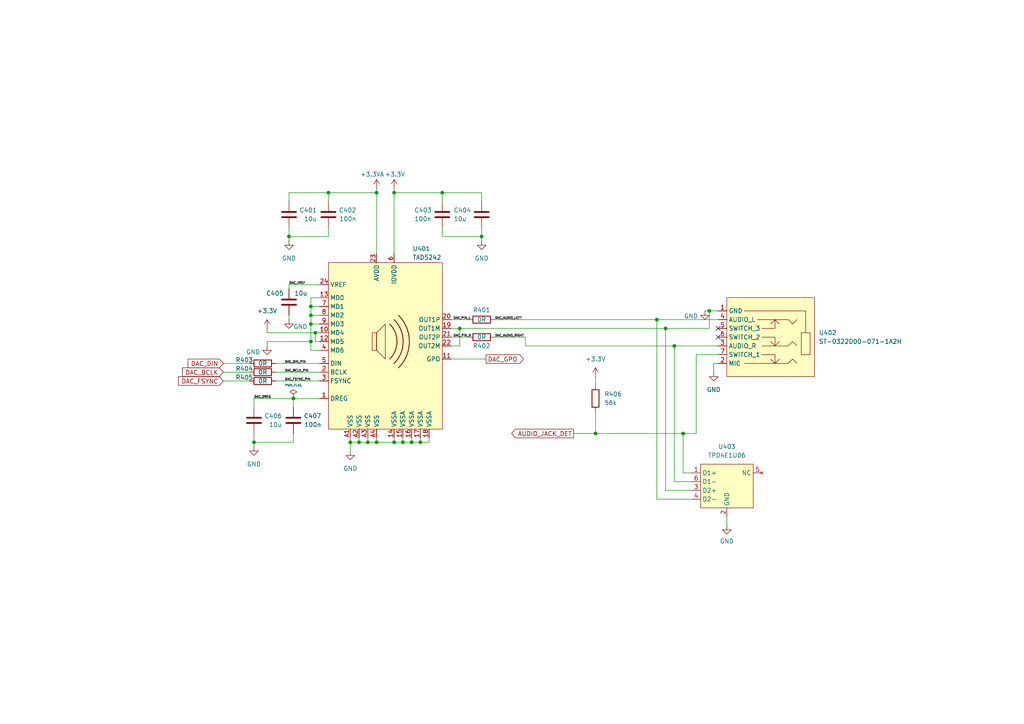
<source format=kicad_sch>
(kicad_sch (version 20250114) (generator "eeschema") (generator_version "9.0")
  (paper "A4")
  (lib_symbols
    (symbol "Device:C" (pin_numbers (hide yes)) (pin_names (offset 0.254))
      (property "Reference" "C" (at 0.635 2.54 0))
      (property "Value" "C" (at 0.635 -2.54 0))
      (symbol "C_0_1"
        (polyline (pts (xy -2.032 0.762) (xy 2.032 0.762)) (stroke (width 0.508)))
        (polyline (pts (xy -2.032 -0.762) (xy 2.032 -0.762)) (stroke (width 0.508)))
      )
      (symbol "C_1_1"
        (pin passive line (at 0 3.81 270) (length 2.794) (name "~") (number "1"))
        (pin passive line (at 0 -3.81 90) (length 2.794) (name "~") (number "2"))
      )
    )
    (symbol "Device:R" (pin_numbers (hide yes)) (pin_names (offset 0))
      (property "Reference" "R" (at 2.032 0 90))
      (property "Value" "R" (at 0 0 90))
      (symbol "R_0_1"
        (rectangle (start -1.016 -2.54) (end 1.016 2.54) (stroke (width 0.254)))
      )
      (symbol "R_1_1"
        (pin passive line (at 0 3.81 270) (length 1.27) (name "~") (number "1"))
        (pin passive line (at 0 -3.81 90) (length 1.27) (name "~") (number "2"))
      )
    )
    (symbol "MP3-Player_Symbol_Libraries:ST-0322D00-071-1A2H"
      (property "Reference" "U" (at 11.938 6.604 0))
      (property "Value" "ST-0322D00-071-1A2H" (at 0.762 4.318 0))
      (symbol "ST-0322D00-071-1A2H_1_1"
        (rectangle (start -12.7 2.54) (end 12.7 -20.32) (fill (type background)))
        (polyline (pts (xy -7.62 -1.27) (xy 10.16 -1.27) (xy 10.16 -7.62) (xy 8.89 -7.62) (xy 8.89 -13.97) (xy 11.43 -13.97) (xy 11.43 -7.62) (xy 10.16 -7.62)))
        (polyline (pts (xy -7.62 -16.51) (xy 5.08 -16.51) (xy 6.35 -15.24) (xy 7.62 -16.51)))
        (polyline (pts (xy -3.81 -3.81) (xy 5.08 -3.81) (xy 6.35 -5.08) (xy 7.62 -3.81)))
        (polyline (pts (xy -2.54 -6.35) (xy 1.27 -6.35) (xy 1.27 -3.81) (xy 0 -5.08) (xy 1.27 -3.81) (xy 2.54 -5.08)))
        (polyline (pts (xy -2.54 -8.89) (xy 0 -8.89) (xy 1.27 -8.89) (xy 1.27 -11.43) (xy 0 -10.16) (xy 1.27 -11.43) (xy 2.54 -10.16)))
        (polyline (pts (xy -2.54 -11.43) (xy 5.08 -11.43) (xy 6.35 -10.16) (xy 7.62 -11.43)))
        (polyline (pts (xy -2.54 -13.97) (xy 1.27 -13.97) (xy 1.27 -16.51) (xy 0 -15.24) (xy 1.27 -16.51) (xy 2.54 -15.24)))
        (pin passive line (at -15.24 -1.27 0) (length 2.54) (name "GND") (number "1"))
        (pin passive line (at -15.24 -3.81 0) (length 2.54) (name "AUDIO_L") (number "4"))
        (pin passive line (at -15.24 -6.35 0) (length 2.54) (name "SWITCH_3") (number "5"))
        (pin passive line (at -15.24 -8.89 0) (length 2.54) (name "SWITCH_2") (number "6"))
        (pin passive line (at -15.24 -11.43 0) (length 2.54) (name "AUDIO_R") (number "3"))
        (pin passive line (at -15.24 -13.97 0) (length 2.54) (name "SWITCH_1") (number "7"))
        (pin passive line (at -15.24 -16.51 0) (length 2.54) (name "MIC") (number "2"))
      )
    )
    (symbol "MP3-Player_Symbol_Libraries:TAD5242"
      (property "Reference" "U" (at 12.7 3.556 0))
      (property "Value" "TAD5242" (at 12.7 1.27 0))
      (symbol "TAD5242_1_1"
        (rectangle (start -16.51 0) (end 16.51 -48.26) (fill (type background)))
        (rectangle (start -3.81 -20.32) (end -2.54 -25.4))
        (arc (start 1.27 -17.78) (mid 3.3742 -22.86) (end 1.27 -27.94) (stroke (width 0.254)))
        (arc (start 3.81 -15.24) (mid 6.9663 -22.86) (end 3.81 -30.48) (stroke (width 0.254)))
        (arc (start 2.54 -16.51) (mid 5.1703 -22.86) (end 2.54 -29.21) (stroke (width 0.254)))
        (polyline (pts (xy -2.54 -20.32) (xy 0 -17.78) (xy 0 -27.94) (xy -2.54 -25.4) (xy -2.54 -20.32)))
        (pin input line (at -19.05 -6.35 0) (length 2.54) (name "VREF") (number "24"))
        (pin input line (at -19.05 -10.16 0) (length 2.54) (name "MD0") (number "13"))
        (pin input line (at -19.05 -12.7 0) (length 2.54) (name "MD1") (number "7"))
        (pin input line (at -19.05 -15.24 0) (length 2.54) (name "MD2") (number "8"))
        (pin input line (at -19.05 -17.78 0) (length 2.54) (name "MD3") (number "9"))
        (pin input line (at -19.05 -20.32 0) (length 2.54) (name "MD4") (number "10"))
        (pin input line (at -19.05 -22.86 0) (length 2.54) (name "MD5") (number "12"))
        (pin input line (at -19.05 -25.4 0) (length 2.54) (name "MD6") (number "4"))
        (pin input line (at -19.05 -29.21 0) (length 2.54) (name "DIN") (number "5"))
        (pin bidirectional line (at -19.05 -31.75 0) (length 2.54) (name "BCLK") (number "2"))
        (pin bidirectional line (at -19.05 -34.29 0) (length 2.54) (name "FSYNC") (number "3"))
        (pin power_in line (at -19.05 -39.37 0) (length 2.54) (name "DREG") (number "1"))
        (pin power_in line (at -10.16 -50.8 90) (length 2.54) (name "VSS") (number "A1"))
        (pin power_in line (at -7.62 -50.8 90) (length 2.54) (name "VSS") (number "A2"))
        (pin power_in line (at -5.08 -50.8 90) (length 2.54) (name "VSS") (number "A3"))
        (pin power_in line (at -2.54 2.54 270) (length 2.54) (name "AVDD") (number "23"))
        (pin power_in line (at -2.54 -50.8 90) (length 2.54) (name "VSS") (number "A4"))
        (pin power_in line (at 2.54 2.54 270) (length 2.54) (name "IOVDD") (number "6"))
        (pin power_in line (at 2.54 -50.8 90) (length 2.54) (name "VSSA") (number "14"))
        (pin power_in line (at 5.08 -50.8 90) (length 2.54) (name "VSSA") (number "15"))
        (pin power_in line (at 7.62 -50.8 90) (length 2.54) (name "VSSA") (number "16"))
        (pin power_in line (at 10.16 -50.8 90) (length 2.54) (name "VSSA") (number "17"))
        (pin power_in line (at 12.7 -50.8 90) (length 2.54) (name "VSSA") (number "18"))
        (pin power_out line (at 19.05 -16.51 180) (length 2.54) (name "OUT1P") (number "20"))
        (pin passive line (at 19.05 -19.05 180) (length 2.54) (name "OUT1M") (number "19"))
        (pin power_out line (at 19.05 -21.59 180) (length 2.54) (name "OUT2P") (number "21"))
        (pin passive line (at 19.05 -24.13 180) (length 2.54) (name "OUT2M") (number "22"))
        (pin output line (at 19.05 -27.94 180) (length 2.54) (name "GPO") (number "11"))
      )
    )
    (symbol "MP3-Player_Symbol_Libraries:TPD4E1U06"
      (property "Reference" "U" (at 0 5.08 0))
      (property "Value" "TPD4E1U06" (at 0 2.54 0))
      (symbol "TPD4E1U06_1_1"
        (rectangle (start -7.62 1.27) (end 7.62 -11.43) (fill (type background)))
        (pin input line (at -10.16 -1.27 0) (length 2.54) (name "D1+") (number "1"))
        (pin input line (at -10.16 -3.81 0) (length 2.54) (name "D1-") (number "6"))
        (pin input line (at -10.16 -6.35 0) (length 2.54) (name "D2+") (number "3"))
        (pin input line (at -10.16 -8.89 0) (length 2.54) (name "D2-") (number "4"))
        (pin power_in line (at 0 -13.97 90) (length 2.54) (name "GND") (number "2"))
        (pin no_connect line (at 10.16 -1.27 180) (length 2.54) (name "NC") (number "5"))
      )
    )
    (symbol "power:+3.3V" (power) (pin_numbers (hide yes)) (pin_names (offset 0) (hide yes))
      (property "Value" "+3.3V" (at 0 3.556 0))
      (symbol "+3.3V_0_1"
        (polyline (pts (xy -0.762 1.27) (xy 0 2.54)))
        (polyline (pts (xy 0 2.54) (xy 0.762 1.27)))
        (polyline (pts (xy 0 0) (xy 0 2.54)))
      )
      (symbol "+3.3V_1_1"
        (pin power_in line (at 0 0 90) (length 0) (name "~") (number "1"))
      )
    )
    (symbol "power:GND" (power) (pin_numbers (hide yes)) (pin_names (offset 0) (hide yes))
      (property "Value" "GND" (at 0 -3.81 0))
      (symbol "GND_0_1"
        (polyline (pts (xy 0 0) (xy 0 -1.27) (xy 1.27 -1.27) (xy 0 -2.54) (xy -1.27 -1.27) (xy 0 -1.27)))
      )
      (symbol "GND_1_1"
        (pin power_in line (at 0 0 270) (length 0) (name "~") (number "1"))
      )
    )
    (symbol "power:PWR_FLAG" (power) (pin_numbers (hide yes)) (pin_names (offset 0) (hide yes))
      (property "Value" "PWR_FLAG" (at 0 3.81 0))
      (symbol "PWR_FLAG_0_0"
        (pin power_out line (at 0 0 90) (length 0) (name "~") (number "1"))
      )
      (symbol "PWR_FLAG_0_1"
        (polyline (pts (xy 0 0) (xy 0 1.27) (xy -1.016 1.905) (xy 0 2.54) (xy 1.016 1.905) (xy 0 1.27)))
      )
    )
    (symbol "power:VBUS" (power) (pin_numbers (hide yes)) (pin_names (offset 0) (hide yes))
      (property "Value" "VBUS" (at 0 3.556 0))
      (symbol "VBUS_0_1"
        (polyline (pts (xy -0.762 1.27) (xy 0 2.54)))
        (polyline (pts (xy 0 2.54) (xy 0.762 1.27)))
        (polyline (pts (xy 0 0) (xy 0 2.54)))
      )
      (symbol "VBUS_1_1"
        (pin power_in line (at 0 0 90) (length 0) (name "~") (number "1"))
      )
    )
  )
  (junction (at 90.17 99.06))
  (junction (at 104.14 128.27))
  (junction (at 91.44 96.52))
  (junction (at 128.27 55.88))
  (junction (at 116.84 128.27))
  (junction (at 190.5 92.71))
  (junction (at 85.09 115.57))
  (junction (at 193.04 95.25))
  (junction (at 195.58 100.33))
  (junction (at 114.3 128.27))
  (junction (at 90.17 93.98))
  (junction (at 106.68 128.27))
  (junction (at 95.25 55.88))
  (junction (at 139.7 68.58))
  (junction (at 133.35 95.25))
  (junction (at 73.66 128.27))
  (junction (at 121.92 128.27))
  (junction (at 114.3 55.88))
  (junction (at 83.82 68.58))
  (junction (at 198.12 125.73))
  (junction (at 205.74 90.17))
  (junction (at 90.17 91.44))
  (junction (at 109.22 55.88))
  (junction (at 101.6 128.27))
  (junction (at 90.17 88.9))
  (junction (at 119.38 128.27))
  (junction (at 172.72 125.73))
  (junction (at 109.22 128.27))
  (no_connect (at 208.28 97.79))
  (no_connect (at 208.28 95.25))
  (wire (pts (xy 64.77 110.49) (xy 72.39 110.49)))
  (wire (pts (xy 77.47 96.52) (xy 91.44 96.52)))
  (wire (pts (xy 95.25 66.04) (xy 95.25 68.58)))
  (wire (pts (xy 83.82 91.44) (xy 83.82 92.71)))
  (wire (pts (xy 133.35 100.33) (xy 130.81 100.33)))
  (wire (pts (xy 200.66 137.16) (xy 198.12 137.16)))
  (wire (pts (xy 95.25 55.88) (xy 83.82 55.88)))
  (wire (pts (xy 83.82 82.55) (xy 92.71 82.55)))
  (wire (pts (xy 83.82 66.04) (xy 83.82 68.58)))
  (wire (pts (xy 201.93 125.73) (xy 201.93 102.87)))
  (wire (pts (xy 198.12 125.73) (xy 201.93 125.73)))
  (wire (pts (xy 95.25 55.88) (xy 95.25 58.42)))
  (wire (pts (xy 64.77 105.41) (xy 72.39 105.41)))
  (wire (pts (xy 119.38 127) (xy 119.38 128.27)))
  (wire (pts (xy 92.71 99.06) (xy 91.44 99.06)))
  (wire (pts (xy 133.35 95.25) (xy 193.04 95.25)))
  (wire (pts (xy 130.81 97.79) (xy 135.89 97.79)))
  (wire (pts (xy 121.92 128.27) (xy 119.38 128.27)))
  (wire (pts (xy 85.09 115.57) (xy 92.71 115.57)))
  (wire (pts (xy 140.97 104.14) (xy 130.81 104.14)))
  (wire (pts (xy 201.93 102.87) (xy 208.28 102.87)))
  (wire (pts (xy 114.3 54.61) (xy 114.3 55.88)))
  (wire (pts (xy 80.01 105.41) (xy 92.71 105.41)))
  (wire (pts (xy 101.6 127) (xy 101.6 128.27)))
  (wire (pts (xy 90.17 93.98) (xy 92.71 93.98)))
  (wire (pts (xy 128.27 55.88) (xy 139.7 55.88)))
  (wire (pts (xy 152.4 97.79) (xy 152.4 100.33)))
  (wire (pts (xy 130.81 92.71) (xy 135.89 92.71)))
  (wire (pts (xy 90.17 101.6) (xy 90.17 99.06)))
  (wire (pts (xy 83.82 69.85) (xy 83.82 68.58)))
  (wire (pts (xy 124.46 127) (xy 124.46 128.27)))
  (wire (pts (xy 92.71 86.36) (xy 90.17 86.36)))
  (wire (pts (xy 92.71 96.52) (xy 91.44 96.52)))
  (wire (pts (xy 116.84 128.27) (xy 114.3 128.27)))
  (wire (pts (xy 130.81 95.25) (xy 133.35 95.25)))
  (wire (pts (xy 198.12 137.16) (xy 198.12 125.73)))
  (wire (pts (xy 172.72 119.38) (xy 172.72 125.73)))
  (wire (pts (xy 210.82 149.86) (xy 210.82 152.4)))
  (wire (pts (xy 106.68 128.27) (xy 104.14 128.27)))
  (wire (pts (xy 92.71 91.44) (xy 90.17 91.44)))
  (wire (pts (xy 205.74 90.17) (xy 204.47 90.17)))
  (wire (pts (xy 172.72 109.22) (xy 172.72 111.76)))
  (wire (pts (xy 83.82 83.82) (xy 83.82 82.55)))
  (wire (pts (xy 207.01 107.95) (xy 207.01 105.41)))
  (wire (pts (xy 200.66 144.78) (xy 190.5 144.78)))
  (wire (pts (xy 77.47 95.25) (xy 77.47 96.52)))
  (wire (pts (xy 85.09 128.27) (xy 73.66 128.27)))
  (wire (pts (xy 104.14 128.27) (xy 101.6 128.27)))
  (wire (pts (xy 73.66 129.54) (xy 73.66 128.27)))
  (wire (pts (xy 109.22 55.88) (xy 109.22 73.66)))
  (wire (pts (xy 85.09 125.73) (xy 85.09 128.27)))
  (wire (pts (xy 114.3 128.27) (xy 109.22 128.27)))
  (wire (pts (xy 128.27 68.58) (xy 139.7 68.58)))
  (wire (pts (xy 195.58 100.33) (xy 208.28 100.33)))
  (wire (pts (xy 85.09 115.57) (xy 73.66 115.57)))
  (wire (pts (xy 193.04 95.25) (xy 205.74 95.25)))
  (wire (pts (xy 101.6 128.27) (xy 101.6 130.81)))
  (wire (pts (xy 90.17 99.06) (xy 90.17 93.98)))
  (wire (pts (xy 90.17 88.9) (xy 90.17 91.44)))
  (wire (pts (xy 114.3 127) (xy 114.3 128.27)))
  (wire (pts (xy 80.01 110.49) (xy 92.71 110.49)))
  (wire (pts (xy 152.4 100.33) (xy 195.58 100.33)))
  (wire (pts (xy 64.77 107.95) (xy 72.39 107.95)))
  (wire (pts (xy 143.51 97.79) (xy 152.4 97.79)))
  (wire (pts (xy 83.82 55.88) (xy 83.82 58.42)))
  (wire (pts (xy 172.72 125.73) (xy 166.37 125.73)))
  (wire (pts (xy 143.51 92.71) (xy 190.5 92.71)))
  (wire (pts (xy 109.22 127) (xy 109.22 128.27)))
  (wire (pts (xy 92.71 88.9) (xy 90.17 88.9)))
  (wire (pts (xy 77.47 99.06) (xy 77.47 100.33)))
  (wire (pts (xy 73.66 115.57) (xy 73.66 118.11)))
  (wire (pts (xy 200.66 142.24) (xy 193.04 142.24)))
  (wire (pts (xy 80.01 107.95) (xy 92.71 107.95)))
  (wire (pts (xy 133.35 95.25) (xy 133.35 100.33)))
  (wire (pts (xy 109.22 55.88) (xy 95.25 55.88)))
  (wire (pts (xy 92.71 101.6) (xy 90.17 101.6)))
  (wire (pts (xy 190.5 144.78) (xy 190.5 92.71)))
  (wire (pts (xy 119.38 128.27) (xy 116.84 128.27)))
  (wire (pts (xy 205.74 90.17) (xy 205.74 95.25)))
  (wire (pts (xy 116.84 127) (xy 116.84 128.27)))
  (wire (pts (xy 77.47 99.06) (xy 90.17 99.06)))
  (wire (pts (xy 190.5 92.71) (xy 208.28 92.71)))
  (wire (pts (xy 91.44 99.06) (xy 91.44 96.52)))
  (wire (pts (xy 207.01 105.41) (xy 208.28 105.41)))
  (wire (pts (xy 205.74 90.17) (xy 208.28 90.17)))
  (wire (pts (xy 90.17 86.36) (xy 90.17 88.9)))
  (wire (pts (xy 128.27 55.88) (xy 128.27 58.42)))
  (wire (pts (xy 114.3 55.88) (xy 128.27 55.88)))
  (wire (pts (xy 121.92 127) (xy 121.92 128.27)))
  (wire (pts (xy 139.7 69.85) (xy 139.7 68.58)))
  (wire (pts (xy 193.04 142.24) (xy 193.04 95.25)))
  (wire (pts (xy 172.72 125.73) (xy 198.12 125.73)))
  (wire (pts (xy 200.66 139.7) (xy 195.58 139.7)))
  (wire (pts (xy 109.22 54.61) (xy 109.22 55.88)))
  (wire (pts (xy 95.25 68.58) (xy 83.82 68.58)))
  (wire (pts (xy 104.14 127) (xy 104.14 128.27)))
  (wire (pts (xy 195.58 139.7) (xy 195.58 100.33)))
  (wire (pts (xy 109.22 128.27) (xy 106.68 128.27)))
  (wire (pts (xy 124.46 128.27) (xy 121.92 128.27)))
  (wire (pts (xy 106.68 127) (xy 106.68 128.27)))
  (wire (pts (xy 90.17 93.98) (xy 90.17 91.44)))
  (wire (pts (xy 114.3 55.88) (xy 114.3 73.66)))
  (wire (pts (xy 139.7 66.04) (xy 139.7 68.58)))
  (wire (pts (xy 128.27 66.04) (xy 128.27 68.58)))
  (wire (pts (xy 85.09 115.57) (xy 85.09 118.11)))
  (wire (pts (xy 73.66 125.73) (xy 73.66 128.27)))
  (wire (pts (xy 139.7 55.88) (xy 139.7 58.42)))
  (label "DAC_BCLK_PIN" (at 82.55 107.95 0) (effects (font (size 0.635 0.635))))
  (label "DAC_PIN_R" (at 131.445 97.79 0) (effects (font (size 0.635 0.635))))
  (label "DAC_AUDIO_LEFT" (at 143.51 92.71 0) (effects (font (size 0.635 0.635))))
  (label "DAC_DIN_PIN" (at 82.55 105.41 0) (effects (font (size 0.635 0.635))))
  (label "DAC_FSYNC_PIN" (at 82.55 110.49 0) (effects (font (size 0.635 0.635))))
  (label "DAC_DREG" (at 73.66 115.57 0) (effects (font (size 0.635 0.635))))
  (label "DAC_PIN_L" (at 131.445 92.71 0) (effects (font (size 0.635 0.635))))
  (label "DAC_VREF" (at 83.82 82.55 0) (effects (font (size 0.635 0.635))))
  (label "DAC_AUDIO_RIGHT" (at 143.51 97.79 0) (effects (font (size 0.635 0.635))))
  (global_label "DAC_GPO" (shape output) (at 140.97 104.14 0) (property "Intersheetrefs" "${INTERSHEET_REFS}" (effects (hide yes))))
  (global_label "AUDIO_JACK_DET" (shape output) (at 166.37 125.73 180) (property "Intersheetrefs" "${INTERSHEET_REFS}" (effects (hide yes))))
  (global_label "DAC_BCLK" (shape input) (at 64.77 107.95 180) (property "Intersheetrefs" "${INTERSHEET_REFS}" (effects (hide yes))))
  (global_label "DAC_DIN" (shape input) (at 64.77 105.41 180) (property "Intersheetrefs" "${INTERSHEET_REFS}" (effects (hide yes))))
  (global_label "DAC_FSYNC" (shape input) (at 64.77 110.49 180) (property "Intersheetrefs" "${INTERSHEET_REFS}" (effects (hide yes))))
  (symbol (lib_id "Device:C") (at 85.09 121.92 0) (mirror y) (unit 1)
    (property "Reference" "C407" (at 93.218 120.65 0) (effects (justify left)))
    (property "Value" "100n" (at 93.218 123.19 0) (effects (justify left)))
    (property "Footprint" "Capacitor_SMD:C_0603_1608Metric" (effects (hide yes)))
    (property "Description" "Unpolarized capacitor" (effects (hide yes)))
  )
  (symbol (lib_id "MP3-Player_Symbol_Libraries:TPD4E1U06") (at 210.82 135.89 0) (unit 1)
    (property "Reference" "U403" (at 210.82 129.54 0))
    (property "Value" "TPD4E1U06" (at 210.82 132.08 0))
    (property "Footprint" "Package_TO_SOT_SMD:SOT-23-5" (effects (hide yes)))
  )
  (symbol (lib_id "Device:C") (at 73.66 121.92 0) (mirror y) (unit 1)
    (property "Reference" "C406" (at 81.788 120.65 0) (effects (justify left)))
    (property "Value" "10u" (at 81.788 123.19 0) (effects (justify left)))
    (property "Footprint" "Capacitor_SMD:C_0805_2012Metric" (effects (hide yes)))
    (property "Description" "Unpolarized capacitor" (effects (hide yes)))
  )
  (symbol (lib_id "MP3-Player_Symbol_Libraries:ST-0322D00-071-1A2H") (at 223.52 88.9 0) (unit 1)
    (property "Reference" "U402" (at 237.49 96.5199 0) (effects (justify left)))
    (property "Value" "ST-0322D00-071-1A2H" (at 237.49 99.0599 0) (effects (justify left)))
    (property "Footprint" "MP3-Player_Footprint_Libraries:ST-0322D00-071-1A2H" (effects (hide yes)))
  )
  (symbol (lib_id "power:PWR_FLAG") (at 85.09 115.57 0) (unit 1)
    (property "Reference" "#FLG0401" (effects (hide yes)))
    (property "Value" "PWR_FLAG" (at 85.09 111.76 0) (effects (font (size 0.635 0.635))))
    (property "Description" "Special symbol for telling ERC where power comes from" (effects (hide yes)))
  )
  (symbol (lib_id "Device:C") (at 139.7 62.23 0) (unit 1)
    (property "Reference" "C404" (at 131.572 60.96 0) (effects (justify left)))
    (property "Value" "10u" (at 131.572 63.5 0) (effects (justify left)))
    (property "Footprint" "Capacitor_SMD:C_0805_2012Metric" (effects (hide yes)))
    (property "Description" "Unpolarized capacitor" (effects (hide yes)))
  )
  (symbol (lib_id "power:GND") (at 207.01 107.95 0) (unit 1)
    (property "Reference" "#PWR0409" (effects (hide yes)))
    (property "Value" "GND" (at 207.01 113.03 0))
    (property "Description" "Power symbol creates a global label with name \"GND\" , ground" (effects (hide yes)))
  )
  (symbol (lib_id "power:VBUS") (at 109.22 54.61 0) (mirror y) (unit 1)
    (property "Reference" "#PWR0401" (effects (hide yes)))
    (property "Value" "+3.3VA" (at 107.95 50.546 0))
    (property "Description" "Power symbol creates a global label with name \"VBUS\"" (effects (hide yes)))
  )
  (symbol (lib_id "Device:C") (at 128.27 62.23 0) (unit 1)
    (property "Reference" "C403" (at 120.142 60.96 0) (effects (justify left)))
    (property "Value" "100n" (at 120.142 63.5 0) (effects (justify left)))
    (property "Footprint" "Capacitor_SMD:C_0603_1608Metric" (effects (hide yes)))
    (property "Description" "Unpolarized capacitor" (effects (hide yes)))
  )
  (symbol (lib_id "power:GND") (at 101.6 130.81 0) (unit 1)
    (property "Reference" "#PWR0412" (effects (hide yes)))
    (property "Value" "GND" (at 101.6 135.89 0))
    (property "Description" "Power symbol creates a global label with name \"GND\" , ground" (effects (hide yes)))
  )
  (symbol (lib_id "MP3-Player_Symbol_Libraries:TAD5242") (at 111.76 76.2 0) (unit 1)
    (property "Reference" "U401" (at 119.634 72.136 0) (effects (justify left)))
    (property "Value" "TAD5242" (at 119.634 74.676 0) (effects (justify left)))
    (property "Footprint" "Package_DFN_QFN:VQFN-24-1EP_4x4mm_P0.5mm_EP2.5x2.5mm" (effects (hide yes)))
  )
  (symbol (lib_id "Device:R") (at 76.2 110.49 90) (unit 1)
    (property "Reference" "R405" (at 70.866 109.474 90))
    (property "Value" "0R" (at 76.2 110.49 90))
    (property "Footprint" "Resistor_SMD:R_0603_1608Metric" (effects (hide yes)))
    (property "Description" "Resistor" (effects (hide yes)))
  )
  (symbol (lib_id "power:GND") (at 83.82 69.85 0) (mirror y) (unit 1)
    (property "Reference" "#PWR0403" (effects (hide yes)))
    (property "Value" "GND" (at 83.82 74.93 0))
    (property "Description" "Power symbol creates a global label with name \"GND\" , ground" (effects (hide yes)))
  )
  (symbol (lib_id "Device:R") (at 139.7 92.71 90) (unit 1)
    (property "Reference" "R401" (at 139.7 89.916 90))
    (property "Value" "0R" (at 139.7 92.71 90))
    (property "Footprint" "Resistor_SMD:R_0603_1608Metric" (effects (hide yes)))
    (property "Description" "Resistor" (effects (hide yes)))
  )
  (symbol (lib_id "power:VBUS") (at 114.3 54.61 0) (unit 1)
    (property "Reference" "#PWR0402" (effects (hide yes)))
    (property "Value" "+3.3V" (at 114.554 50.546 0))
    (property "Description" "Power symbol creates a global label with name \"VBUS\"" (effects (hide yes)))
  )
  (symbol (lib_id "Device:R") (at 139.7 97.79 90) (unit 1)
    (property "Reference" "R402" (at 139.7 100.33 90))
    (property "Value" "0R" (at 139.7 97.79 90))
    (property "Footprint" "Resistor_SMD:R_0603_1608Metric" (effects (hide yes)))
    (property "Description" "Resistor" (effects (hide yes)))
  )
  (symbol (lib_id "power:GND") (at 83.82 92.71 0) (unit 1)
    (property "Reference" "#PWR0406" (effects (hide yes)))
    (property "Value" "GND" (at 87.122 94.742 0))
    (property "Description" "Power symbol creates a global label with name \"GND\" , ground" (effects (hide yes)))
  )
  (symbol (lib_id "power:GND") (at 77.47 100.33 0) (unit 1)
    (property "Reference" "#PWR0408" (effects (hide yes)))
    (property "Value" "GND" (at 73.406 102.108 0))
    (property "Description" "Power symbol creates a global label with name \"GND\" , ground" (effects (hide yes)))
  )
  (symbol (lib_id "power:GND") (at 139.7 69.85 0) (unit 1)
    (property "Reference" "#PWR0404" (effects (hide yes)))
    (property "Value" "GND" (at 139.7 74.93 0))
    (property "Description" "Power symbol creates a global label with name \"GND\" , ground" (effects (hide yes)))
  )
  (symbol (lib_id "Device:C") (at 95.25 62.23 0) (mirror y) (unit 1)
    (property "Reference" "C402" (at 103.378 60.96 0) (effects (justify left)))
    (property "Value" "100n" (at 103.378 63.5 0) (effects (justify left)))
    (property "Footprint" "Capacitor_SMD:C_0603_1608Metric" (effects (hide yes)))
    (property "Description" "Unpolarized capacitor" (effects (hide yes)))
  )
  (symbol (lib_id "power:+3.3V") (at 172.72 109.22 0) (unit 1)
    (property "Reference" "#PWR0410" (effects (hide yes)))
    (property "Value" "+3.3V" (at 172.72 104.14 0))
    (property "Description" "Power symbol creates a global label with name \"+3.3V\"" (effects (hide yes)))
  )
  (symbol (lib_id "power:GND") (at 210.82 152.4 0) (unit 1)
    (property "Reference" "#PWR0413" (effects (hide yes)))
    (property "Value" "GND" (at 210.82 156.972 0))
    (property "Description" "Power symbol creates a global label with name \"GND\" , ground" (effects (hide yes)))
  )
  (symbol (lib_id "Device:R") (at 76.2 107.95 90) (unit 1)
    (property "Reference" "R404" (at 70.866 106.934 90))
    (property "Value" "0R" (at 76.2 107.95 90))
    (property "Footprint" "Resistor_SMD:R_0603_1608Metric" (effects (hide yes)))
    (property "Description" "Resistor" (effects (hide yes)))
  )
  (symbol (lib_id "Device:C") (at 83.82 87.63 0) (mirror y) (unit 1)
    (property "Reference" "C405" (at 82.296 85.09 0) (effects (justify left)))
    (property "Value" "10u" (at 89.154 85.09 0) (effects (justify left)))
    (property "Footprint" "Capacitor_SMD:C_0805_2012Metric" (effects (hide yes)))
    (property "Description" "Unpolarized capacitor" (effects (hide yes)))
  )
  (symbol (lib_id "Device:R") (at 172.72 115.57 0) (unit 1)
    (property "Reference" "R406" (at 175.26 114.2999 0) (effects (justify left)))
    (property "Value" "56k" (at 175.26 116.8399 0) (effects (justify left)))
    (property "Footprint" "Resistor_SMD:R_0402_1005Metric" (effects (hide yes)))
    (property "Description" "Resistor" (effects (hide yes)))
  )
  (symbol (lib_id "Device:C") (at 83.82 62.23 0) (mirror y) (unit 1)
    (property "Reference" "C401" (at 91.948 60.96 0) (effects (justify left)))
    (property "Value" "10u" (at 91.948 63.5 0) (effects (justify left)))
    (property "Footprint" "Capacitor_SMD:C_0805_2012Metric" (effects (hide yes)))
    (property "Description" "Unpolarized capacitor" (effects (hide yes)))
  )
  (symbol (lib_id "power:+3.3V") (at 77.47 95.25 0) (unit 1)
    (property "Reference" "#PWR0407" (effects (hide yes)))
    (property "Value" "+3.3V" (at 77.47 90.17 0))
    (property "Description" "Power symbol creates a global label with name \"+3.3V\"" (effects (hide yes)))
  )
  (symbol (lib_id "power:GND") (at 73.66 129.54 0) (mirror y) (unit 1)
    (property "Reference" "#PWR0411" (effects (hide yes)))
    (property "Value" "GND" (at 73.66 134.62 0))
    (property "Description" "Power symbol creates a global label with name \"GND\" , ground" (effects (hide yes)))
  )
  (symbol (lib_id "Device:R") (at 76.2 105.41 90) (unit 1)
    (property "Reference" "R403" (at 70.866 104.394 90))
    (property "Value" "0R" (at 76.2 105.41 90))
    (property "Footprint" "Resistor_SMD:R_0603_1608Metric" (effects (hide yes)))
    (property "Description" "Resistor" (effects (hide yes)))
  )
  (symbol (lib_id "power:GND") (at 204.47 90.17 0) (unit 1)
    (property "Reference" "#PWR0405" (effects (hide yes)))
    (property "Value" "GND" (at 200.406 91.694 0))
    (property "Description" "Power symbol creates a global label with name \"GND\" , ground" (effects (hide yes)))
  )
)
</source>
